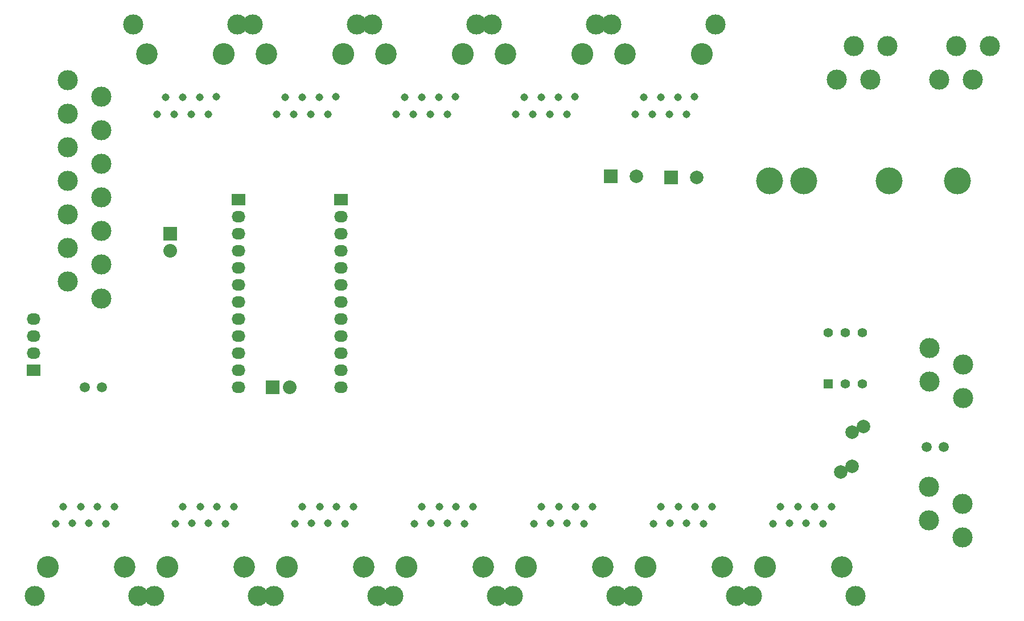
<source format=gbr>
G04 #@! TF.FileFunction,Soldermask,Bot*
%FSLAX46Y46*%
G04 Gerber Fmt 4.6, Leading zero omitted, Abs format (unit mm)*
G04 Created by KiCad (PCBNEW (2015-05-13 BZR 5653)-product) date Sun 07 Jun 2015 11:31:40 AM CEST*
%MOMM*%
G01*
G04 APERTURE LIST*
%ADD10C,0.100000*%
%ADD11C,3.000000*%
%ADD12R,2.032000X2.032000*%
%ADD13O,2.032000X2.032000*%
%ADD14R,2.032000X1.727200*%
%ADD15O,2.032000X1.727200*%
%ADD16C,3.251200*%
%ADD17C,3.200400*%
%ADD18C,1.143000*%
%ADD19C,1.501140*%
%ADD20C,1.998980*%
%ADD21R,1.998980X1.998980*%
%ADD22R,1.397000X1.397000*%
%ADD23C,1.397000*%
%ADD24C,4.000000*%
G04 APERTURE END LIST*
D10*
D11*
X247474740Y-98672640D03*
X252476000Y-101172000D03*
X252476000Y-106172000D03*
X247474740Y-103672640D03*
D12*
X149860000Y-83820000D03*
D13*
X152400000Y-83820000D03*
D14*
X160020000Y-55880000D03*
D15*
X160020000Y-58420000D03*
X160020000Y-60960000D03*
X160020000Y-63500000D03*
X160020000Y-66040000D03*
X160020000Y-68580000D03*
X160020000Y-71120000D03*
X160020000Y-73660000D03*
X160020000Y-76200000D03*
X160020000Y-78740000D03*
X160020000Y-81280000D03*
X160020000Y-83820000D03*
D14*
X144780000Y-55880000D03*
D15*
X144780000Y-58420000D03*
X144780000Y-60960000D03*
X144780000Y-63500000D03*
X144780000Y-66040000D03*
X144780000Y-68580000D03*
X144780000Y-71120000D03*
X144780000Y-73660000D03*
X144780000Y-76200000D03*
X144780000Y-78740000D03*
X144780000Y-81280000D03*
X144780000Y-83820000D03*
D16*
X213741000Y-34188400D03*
D17*
X202285600Y-34188400D03*
D18*
X205079600Y-40640000D03*
X207619600Y-40665400D03*
X210134200Y-40665400D03*
X212608160Y-40622220D03*
X203809600Y-43180000D03*
X206349600Y-43180000D03*
X208864200Y-43180000D03*
X211429600Y-43180000D03*
D11*
X215741000Y-29840000D03*
X200280000Y-29840000D03*
D12*
X134620000Y-60960000D03*
D13*
X134620000Y-63500000D03*
D19*
X121920000Y-83820000D03*
X124460000Y-83820000D03*
X249682000Y-92710000D03*
X247142000Y-92710000D03*
D20*
X237792260Y-89689940D03*
X234393740Y-96492060D03*
X236093000Y-90551000D03*
X236093000Y-95631000D03*
D16*
X142621000Y-34188400D03*
D17*
X131165600Y-34188400D03*
D18*
X133959600Y-40640000D03*
X136499600Y-40665400D03*
X139014200Y-40665400D03*
X141488160Y-40622220D03*
X132689600Y-43180000D03*
X135229600Y-43180000D03*
X137744200Y-43180000D03*
X140309600Y-43180000D03*
D11*
X144621000Y-29840000D03*
X129160000Y-29840000D03*
D20*
X212979000Y-52578000D03*
D21*
X209169000Y-52578000D03*
D20*
X203962000Y-52451000D03*
D21*
X200152000Y-52451000D03*
D16*
X116459000Y-110591600D03*
D17*
X127914400Y-110591600D03*
D18*
X125120400Y-104140000D03*
X122580400Y-104114600D03*
X120065800Y-104114600D03*
X117591840Y-104157780D03*
X126390400Y-101600000D03*
X123850400Y-101600000D03*
X121335800Y-101600000D03*
X118770400Y-101600000D03*
D11*
X114459000Y-114940000D03*
X129920000Y-114940000D03*
D16*
X134239000Y-110591600D03*
D17*
X145694400Y-110591600D03*
D18*
X142900400Y-104140000D03*
X140360400Y-104114600D03*
X137845800Y-104114600D03*
X135371840Y-104157780D03*
X144170400Y-101600000D03*
X141630400Y-101600000D03*
X139115800Y-101600000D03*
X136550400Y-101600000D03*
D11*
X132239000Y-114940000D03*
X147700000Y-114940000D03*
D16*
X195961000Y-34188400D03*
D17*
X184505600Y-34188400D03*
D18*
X187299600Y-40640000D03*
X189839600Y-40665400D03*
X192354200Y-40665400D03*
X194828160Y-40622220D03*
X186029600Y-43180000D03*
X188569600Y-43180000D03*
X191084200Y-43180000D03*
X193649600Y-43180000D03*
D11*
X197961000Y-29840000D03*
X182500000Y-29840000D03*
D16*
X223139000Y-110591600D03*
D17*
X234594400Y-110591600D03*
D18*
X231800400Y-104140000D03*
X229260400Y-104114600D03*
X226745800Y-104114600D03*
X224271840Y-104157780D03*
X233070400Y-101600000D03*
X230530400Y-101600000D03*
X228015800Y-101600000D03*
X225450400Y-101600000D03*
D11*
X221139000Y-114940000D03*
X236600000Y-114940000D03*
X249040640Y-38021260D03*
X251540000Y-33020000D03*
X256540000Y-33020000D03*
X254040640Y-38021260D03*
X233800640Y-38021260D03*
X236300000Y-33020000D03*
X241300000Y-33020000D03*
X238800640Y-38021260D03*
X247601740Y-77971640D03*
X252603000Y-80471000D03*
X252603000Y-85471000D03*
X247601740Y-82971640D03*
D22*
X232537000Y-83312000D03*
D23*
X235077000Y-83312000D03*
X237617000Y-83312000D03*
X237617000Y-75692000D03*
X235077000Y-75692000D03*
X232537000Y-75692000D03*
D14*
X114300000Y-81280000D03*
D15*
X114300000Y-78740000D03*
X114300000Y-76200000D03*
X114300000Y-73660000D03*
D11*
X119380000Y-68100000D03*
X124381260Y-70599360D03*
X124381260Y-65599360D03*
X119380000Y-63100000D03*
X119380000Y-58100000D03*
X124381260Y-60599360D03*
X124381260Y-55599360D03*
X119380000Y-53100000D03*
X119380000Y-48100000D03*
X124381260Y-50599360D03*
X124381260Y-45599360D03*
X119380000Y-43100000D03*
X119380000Y-38100000D03*
X124381260Y-40599360D03*
D16*
X152019000Y-110591600D03*
D17*
X163474400Y-110591600D03*
D18*
X160680400Y-104140000D03*
X158140400Y-104114600D03*
X155625800Y-104114600D03*
X153151840Y-104157780D03*
X161950400Y-101600000D03*
X159410400Y-101600000D03*
X156895800Y-101600000D03*
X154330400Y-101600000D03*
D11*
X150019000Y-114940000D03*
X165480000Y-114940000D03*
D16*
X169799000Y-110591600D03*
D17*
X181254400Y-110591600D03*
D18*
X178460400Y-104140000D03*
X175920400Y-104114600D03*
X173405800Y-104114600D03*
X170931840Y-104157780D03*
X179730400Y-101600000D03*
X177190400Y-101600000D03*
X174675800Y-101600000D03*
X172110400Y-101600000D03*
D11*
X167799000Y-114940000D03*
X183260000Y-114940000D03*
D16*
X178181000Y-34188400D03*
D17*
X166725600Y-34188400D03*
D18*
X169519600Y-40640000D03*
X172059600Y-40665400D03*
X174574200Y-40665400D03*
X177048160Y-40622220D03*
X168249600Y-43180000D03*
X170789600Y-43180000D03*
X173304200Y-43180000D03*
X175869600Y-43180000D03*
D11*
X180181000Y-29840000D03*
X164720000Y-29840000D03*
D16*
X160401000Y-34188400D03*
D17*
X148945600Y-34188400D03*
D18*
X151739600Y-40640000D03*
X154279600Y-40665400D03*
X156794200Y-40665400D03*
X159268160Y-40622220D03*
X150469600Y-43180000D03*
X153009600Y-43180000D03*
X155524200Y-43180000D03*
X158089600Y-43180000D03*
D11*
X162401000Y-29840000D03*
X146940000Y-29840000D03*
D16*
X187579000Y-110591600D03*
D17*
X199034400Y-110591600D03*
D18*
X196240400Y-104140000D03*
X193700400Y-104114600D03*
X191185800Y-104114600D03*
X188711840Y-104157780D03*
X197510400Y-101600000D03*
X194970400Y-101600000D03*
X192455800Y-101600000D03*
X189890400Y-101600000D03*
D11*
X185579000Y-114940000D03*
X201040000Y-114940000D03*
D16*
X205359000Y-110591600D03*
D17*
X216814400Y-110591600D03*
D18*
X214020400Y-104140000D03*
X211480400Y-104114600D03*
X208965800Y-104114600D03*
X206491840Y-104157780D03*
X215290400Y-101600000D03*
X212750400Y-101600000D03*
X210235800Y-101600000D03*
X207670400Y-101600000D03*
D11*
X203359000Y-114940000D03*
X218820000Y-114940000D03*
D24*
X251714000Y-53086000D03*
X241554000Y-53086000D03*
X228854000Y-53086000D03*
X223774000Y-53086000D03*
M02*

</source>
